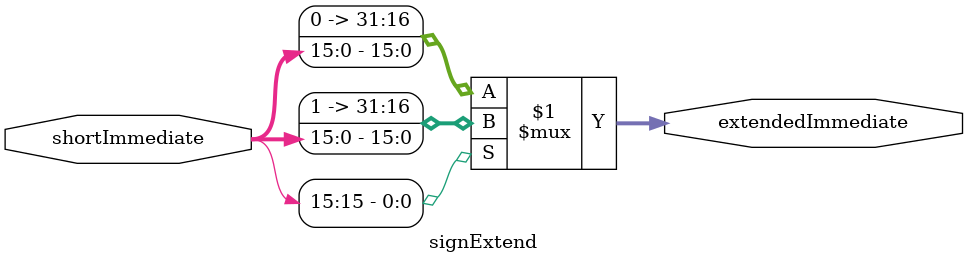
<source format=v>
`include "registerFile.v" // is the register file tested and working? what about reading and writing in the same clock cycle?

module decode(opCode, rs_FD, rt_FD, rd_FD, jumpAddr_FD, readData_1, readData_2, immediate, instruction, regWrite, writeAddr, writeData, clock, reset);
	output reg [5:0] opCode;
	output reg [4:0] rs_FD, rt_FD, rd_FD;
	output reg [31:0] readData_1, readData_2, immediate;
	output reg [6:0] jumpAddr_FD;

	input [31:0] instruction, writeData;
	input [4:0] writeAddr;
	input regWrite;
	input clock, reset;
	wire [31:0] regDataOut1, regDataOut2, extendedImmediate; // the last 6 bits are alu function code

	registerFile generalRegister(regDataOut1, regDataOut2, instruction[25:21], instruction[20:16], writeAddr, writeData, regWrite, reset, clock);
	signExtend extendImmediate(instruction[15:0], extendedImmediate[31:0]);

	always @(posedge clock) begin
		readData_1 <= regDataOut1;
		readData_2 <= regDataOut2;
		immediate <= extendedImmediate;
		opCode <= instruction[31:26];
		rs_FD <= instruction[25:21];
		rt_FD <= instruction[20:16];
		rd_FD <= instruction[15:11];
		jumpAddr_FD <= instruction[6:0];
	end
endmodule

//////////////////////////////////////////////////////////////////
module signExtend(shortImmediate, extendedImmediate);
	input [15:0] shortImmediate;
	output [31:0] extendedImmediate;

	assign extendedImmediate[31:0] = (shortImmediate[15]) ? {16'hFFFF, shortImmediate[15:0]} : {16'b0, shortImmediate[15:0]};
endmodule

`define NO_DECODE_TESTBENCH 1
`ifndef NO_DECODE_TESTBENCH
module testbench();
	wire [5:0] opCode;
	wire [4:0] rs_FD, rt_FD, rd_FD;
	wire [6:0] jumpAddr_FD;
	wire [31:0] readData_1, readData_2, immediate;
	wire [31:0] instruction, writeData;
	wire [4:0] writeAddr;
	wire regWrite;
	wire clock, reset;

	decode instructionDecode(opCode, rs_FD, rt_FD, rd_FD, jumpAddr_FD, readData_1, readData_2, immediate, instruction, regWrite, writeAddr, writeData, clock, reset);
	tester test(opCode, rs_FD, rt_FD, rd_FD, jumpAddr_FD, readData_1, readData_2, immediate, instruction, regWrite, writeAddr, writeData, clock, reset);


	initial begin
		$dumpfile("decode.vcd");
		$dumpvars();
	end
endmodule

///////////////////////////////////////////////
module tester(opCode, rs_FD, rt_FD, rd_FD, jumpAddr_FD, readData_1, readData_2, immediate, instruction, regWrite, writeAddr, writeData, clock, reset);
	input [5:0] opCode;
	input [4:0] rs_FD, rt_FD, rd_FD;
	input [6:0] jumpAddr_FD;
	input [31:0] readData_1, readData_2, immediate;
	output reg [31:0] instruction, writeData;
	output reg [4:0] writeAddr;
	output reg regWrite;
	output reg clock, reset;
	integer i;

	parameter delay = 10;

	initial begin
		// fill up register
		clock = 1;
		reset = 1;
		regWrite = 0;
		writeAddr = 0;
		instruction = 0;
		writeData = 0;
		for (i = 0; i < 4; i = i+1) begin
			clock = ~clock;
			#delay;
			clock = ~clock;
			#delay;
		end
		reset = 0;
		regWrite = 1;
		for (i = 0; i < 16; i = i + 1) begin
			writeData = 16 - i;
			writeAddr = i;
			clock = ~clock;
			#delay;
			clock = ~clock;
			#delay;
		end
		// read register and instruction lines
		regWrite = 0;
		for (i = 0; i < 16; i = i + 1) begin
			instruction [31:26] = i;
			instruction[25:21] = i;
			instruction[20:16] = 16 - i; // counting down just to tell apart from rt
			instruction[15:0] = i - 8; // counting from -8 to +8 to check sign extend
			clock = ~clock;
			#delay;
			clock = ~clock;
			#delay;	
		end
	end
endmodule
`endif
</source>
